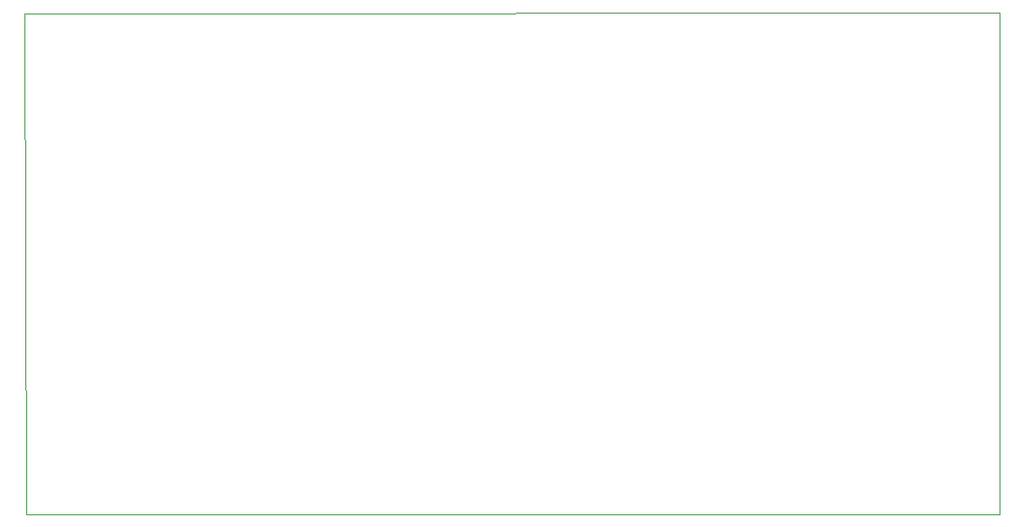
<source format=gbr>
G04*
G04 #@! TF.GenerationSoftware,Altium Limited,Altium Designer,22.4.2 (48)*
G04*
G04 Layer_Color=0*
%FSLAX44Y44*%
%MOMM*%
G71*
G04*
G04 #@! TF.SameCoordinates,66DA3E34-DB1B-427B-9A16-6C510F1B548E*
G04*
G04*
G04 #@! TF.FilePolarity,Positive*
G04*
G01*
G75*
%ADD75C,0.0254*%
D75*
X-170000Y260000D02*
X-172000Y729000D01*
X740000Y729884D01*
Y260000D01*
X-170000D01*
M02*

</source>
